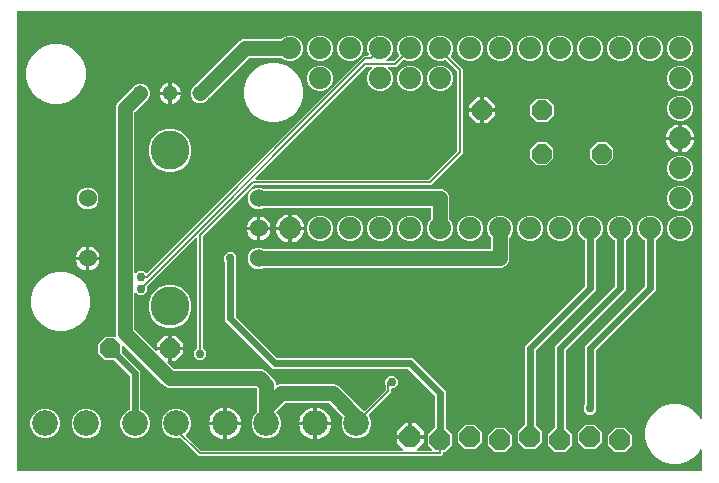
<source format=gbr>
G04 EAGLE Gerber RS-274X export*
G75*
%MOMM*%
%FSLAX34Y34*%
%LPD*%
%INTop Copper*%
%IPPOS*%
%AMOC8*
5,1,8,0,0,1.08239X$1,22.5*%
G01*
%ADD10C,1.879600*%
%ADD11C,1.524000*%
%ADD12C,3.302000*%
%ADD13P,1.924489X8X112.500000*%
%ADD14C,1.308000*%
%ADD15C,2.184400*%
%ADD16P,1.814519X8X22.500000*%
%ADD17C,0.756400*%
%ADD18C,1.270000*%
%ADD19C,0.609600*%
%ADD20C,0.152400*%

G36*
X589098Y10164D02*
X589098Y10164D01*
X589117Y10162D01*
X589219Y10184D01*
X589321Y10200D01*
X589338Y10210D01*
X589358Y10214D01*
X589447Y10267D01*
X589538Y10316D01*
X589552Y10330D01*
X589569Y10340D01*
X589636Y10419D01*
X589708Y10494D01*
X589716Y10512D01*
X589729Y10527D01*
X589768Y10623D01*
X589811Y10717D01*
X589813Y10737D01*
X589821Y10755D01*
X589839Y10922D01*
X589839Y28237D01*
X589832Y28284D01*
X589833Y28332D01*
X589812Y28405D01*
X589800Y28480D01*
X589777Y28522D01*
X589763Y28568D01*
X589720Y28630D01*
X589684Y28697D01*
X589650Y28730D01*
X589622Y28769D01*
X589561Y28814D01*
X589506Y28867D01*
X589463Y28887D01*
X589424Y28915D01*
X589352Y28938D01*
X589283Y28970D01*
X589235Y28975D01*
X589190Y28990D01*
X589114Y28989D01*
X589039Y28997D01*
X588992Y28987D01*
X588944Y28986D01*
X588872Y28961D01*
X588798Y28945D01*
X588757Y28920D01*
X588712Y28904D01*
X588652Y28858D01*
X588587Y28819D01*
X588556Y28782D01*
X588518Y28753D01*
X588442Y28649D01*
X588427Y28632D01*
X588425Y28626D01*
X588419Y28618D01*
X587174Y26461D01*
X582489Y21776D01*
X576752Y18464D01*
X570352Y16749D01*
X563728Y16749D01*
X557328Y18464D01*
X551591Y21776D01*
X546906Y26461D01*
X543594Y32198D01*
X541879Y38598D01*
X541879Y45222D01*
X543594Y51622D01*
X546906Y57359D01*
X551591Y62044D01*
X557328Y65356D01*
X563728Y67071D01*
X570352Y67071D01*
X576752Y65356D01*
X582489Y62044D01*
X587174Y57359D01*
X588419Y55202D01*
X588449Y55165D01*
X588472Y55123D01*
X588526Y55071D01*
X588575Y55012D01*
X588615Y54986D01*
X588650Y54953D01*
X588719Y54922D01*
X588783Y54881D01*
X588830Y54870D01*
X588873Y54850D01*
X588948Y54842D01*
X589022Y54824D01*
X589070Y54828D01*
X589117Y54823D01*
X589192Y54839D01*
X589267Y54846D01*
X589311Y54865D01*
X589358Y54875D01*
X589423Y54914D01*
X589492Y54944D01*
X589528Y54977D01*
X589569Y55001D01*
X589618Y55059D01*
X589674Y55110D01*
X589698Y55152D01*
X589729Y55188D01*
X589757Y55258D01*
X589794Y55325D01*
X589803Y55372D01*
X589821Y55416D01*
X589835Y55545D01*
X589839Y55566D01*
X589838Y55573D01*
X589839Y55583D01*
X589839Y399078D01*
X589836Y399098D01*
X589838Y399117D01*
X589816Y399219D01*
X589800Y399321D01*
X589790Y399338D01*
X589786Y399358D01*
X589733Y399447D01*
X589684Y399538D01*
X589670Y399552D01*
X589660Y399569D01*
X589581Y399636D01*
X589506Y399708D01*
X589488Y399716D01*
X589473Y399729D01*
X589377Y399768D01*
X589283Y399811D01*
X589263Y399813D01*
X589245Y399821D01*
X589078Y399839D01*
X10922Y399839D01*
X10902Y399836D01*
X10883Y399838D01*
X10781Y399816D01*
X10679Y399800D01*
X10662Y399790D01*
X10642Y399786D01*
X10553Y399733D01*
X10462Y399684D01*
X10448Y399670D01*
X10431Y399660D01*
X10364Y399581D01*
X10292Y399506D01*
X10284Y399488D01*
X10271Y399473D01*
X10232Y399377D01*
X10189Y399283D01*
X10187Y399263D01*
X10179Y399245D01*
X10161Y399078D01*
X10161Y10922D01*
X10164Y10902D01*
X10162Y10883D01*
X10184Y10781D01*
X10200Y10679D01*
X10210Y10662D01*
X10214Y10642D01*
X10267Y10553D01*
X10316Y10462D01*
X10330Y10448D01*
X10340Y10431D01*
X10419Y10364D01*
X10494Y10292D01*
X10512Y10284D01*
X10527Y10271D01*
X10623Y10232D01*
X10717Y10189D01*
X10737Y10187D01*
X10755Y10179D01*
X10922Y10161D01*
X589078Y10161D01*
X589098Y10164D01*
G37*
%LPC*%
G36*
X107524Y38353D02*
X107524Y38353D01*
X102949Y40248D01*
X99448Y43749D01*
X97553Y48324D01*
X97553Y53276D01*
X99448Y57851D01*
X102949Y61352D01*
X104957Y62183D01*
X105057Y62245D01*
X105157Y62305D01*
X105161Y62310D01*
X105166Y62313D01*
X105241Y62404D01*
X105317Y62492D01*
X105319Y62498D01*
X105323Y62503D01*
X105365Y62611D01*
X105409Y62720D01*
X105410Y62728D01*
X105411Y62732D01*
X105412Y62750D01*
X105427Y62887D01*
X105427Y90991D01*
X105413Y91081D01*
X105405Y91172D01*
X105393Y91201D01*
X105388Y91233D01*
X105345Y91314D01*
X105309Y91398D01*
X105283Y91430D01*
X105272Y91451D01*
X105249Y91473D01*
X105204Y91529D01*
X92563Y104170D01*
X92489Y104223D01*
X92419Y104283D01*
X92389Y104295D01*
X92363Y104314D01*
X92276Y104341D01*
X92191Y104375D01*
X92150Y104379D01*
X92128Y104386D01*
X92096Y104385D01*
X92025Y104393D01*
X84796Y104393D01*
X78993Y110196D01*
X78993Y118404D01*
X84796Y124207D01*
X93094Y124207D01*
X93139Y124214D01*
X93185Y124212D01*
X93260Y124234D01*
X93337Y124246D01*
X93377Y124268D01*
X93422Y124281D01*
X93486Y124325D01*
X93554Y124362D01*
X93586Y124395D01*
X93624Y124421D01*
X93670Y124484D01*
X93724Y124540D01*
X93743Y124582D01*
X93770Y124618D01*
X93794Y124692D01*
X93827Y124763D01*
X93832Y124809D01*
X93847Y124852D01*
X93846Y124930D01*
X93854Y125007D01*
X93845Y125052D01*
X93844Y125098D01*
X93806Y125229D01*
X93802Y125248D01*
X93800Y125252D01*
X93797Y125259D01*
X93725Y125434D01*
X93725Y319066D01*
X94924Y321961D01*
X97246Y324283D01*
X107166Y334203D01*
X107204Y334256D01*
X107250Y334303D01*
X107290Y334375D01*
X107310Y334402D01*
X107315Y334421D01*
X107331Y334450D01*
X107463Y334768D01*
X109732Y337037D01*
X112696Y338265D01*
X115904Y338265D01*
X118868Y337037D01*
X121137Y334768D01*
X122365Y331804D01*
X122365Y328596D01*
X121137Y325632D01*
X118868Y323363D01*
X118550Y323231D01*
X118494Y323196D01*
X118434Y323171D01*
X118369Y323119D01*
X118340Y323101D01*
X118328Y323086D01*
X118303Y323066D01*
X109698Y314461D01*
X109645Y314387D01*
X109585Y314318D01*
X109573Y314288D01*
X109554Y314261D01*
X109527Y314174D01*
X109493Y314090D01*
X109489Y314049D01*
X109482Y314026D01*
X109483Y313994D01*
X109475Y313923D01*
X109475Y178817D01*
X109486Y178747D01*
X109488Y178675D01*
X109506Y178626D01*
X109514Y178575D01*
X109548Y178511D01*
X109573Y178444D01*
X109605Y178403D01*
X109630Y178357D01*
X109682Y178308D01*
X109726Y178252D01*
X109770Y178224D01*
X109808Y178188D01*
X109873Y178158D01*
X109933Y178119D01*
X109984Y178106D01*
X110031Y178084D01*
X110102Y178076D01*
X110172Y178059D01*
X110224Y178063D01*
X110275Y178057D01*
X110346Y178072D01*
X110417Y178078D01*
X110465Y178098D01*
X110516Y178109D01*
X110577Y178146D01*
X110643Y178174D01*
X110699Y178219D01*
X110727Y178236D01*
X110742Y178253D01*
X110774Y178279D01*
X112802Y180307D01*
X117198Y180307D01*
X119097Y178408D01*
X119113Y178396D01*
X119126Y178380D01*
X119213Y178324D01*
X119297Y178264D01*
X119316Y178258D01*
X119333Y178247D01*
X119433Y178222D01*
X119532Y178192D01*
X119552Y178192D01*
X119571Y178187D01*
X119674Y178195D01*
X119778Y178198D01*
X119797Y178205D01*
X119816Y178207D01*
X119911Y178247D01*
X120009Y178283D01*
X120025Y178295D01*
X120043Y178303D01*
X120174Y178408D01*
X304053Y362287D01*
X307029Y362287D01*
X307074Y362294D01*
X307120Y362292D01*
X307195Y362314D01*
X307272Y362326D01*
X307312Y362348D01*
X307356Y362361D01*
X307420Y362405D01*
X307489Y362442D01*
X307521Y362475D01*
X307558Y362501D01*
X307605Y362563D01*
X307658Y362620D01*
X307678Y362662D01*
X307705Y362698D01*
X307729Y362772D01*
X307762Y362843D01*
X307767Y362889D01*
X307781Y362932D01*
X307780Y363010D01*
X307789Y363087D01*
X307779Y363132D01*
X307779Y363178D01*
X307741Y363310D01*
X307737Y363328D01*
X307734Y363332D01*
X307732Y363339D01*
X306577Y366127D01*
X306577Y370473D01*
X308240Y374487D01*
X311313Y377560D01*
X315327Y379223D01*
X319673Y379223D01*
X323687Y377560D01*
X326760Y374487D01*
X328423Y370473D01*
X328423Y366127D01*
X326760Y362113D01*
X323687Y359040D01*
X322990Y358751D01*
X322907Y358700D01*
X322821Y358654D01*
X322803Y358635D01*
X322781Y358622D01*
X322719Y358547D01*
X322652Y358476D01*
X322641Y358452D01*
X322624Y358432D01*
X322589Y358341D01*
X322548Y358253D01*
X322545Y358227D01*
X322536Y358203D01*
X322532Y358105D01*
X322521Y358009D01*
X322526Y357983D01*
X322525Y357957D01*
X322552Y357863D01*
X322573Y357768D01*
X322587Y357746D01*
X322594Y357721D01*
X322649Y357641D01*
X322699Y357557D01*
X322719Y357540D01*
X322734Y357519D01*
X322812Y357460D01*
X322886Y357397D01*
X322911Y357387D01*
X322931Y357372D01*
X323024Y357342D01*
X323114Y357305D01*
X323147Y357302D01*
X323165Y357296D01*
X323198Y357296D01*
X323281Y357287D01*
X328737Y357287D01*
X328828Y357301D01*
X328918Y357309D01*
X328948Y357321D01*
X328980Y357326D01*
X329061Y357369D01*
X329145Y357405D01*
X329177Y357431D01*
X329198Y357442D01*
X329201Y357445D01*
X329202Y357446D01*
X329221Y357466D01*
X329276Y357510D01*
X333350Y361584D01*
X333418Y361678D01*
X333488Y361773D01*
X333490Y361779D01*
X333494Y361784D01*
X333528Y361895D01*
X333565Y362007D01*
X333564Y362013D01*
X333566Y362019D01*
X333563Y362136D01*
X333562Y362253D01*
X333560Y362260D01*
X333560Y362265D01*
X333554Y362283D01*
X333515Y362414D01*
X331977Y366127D01*
X331977Y370473D01*
X333640Y374487D01*
X336713Y377560D01*
X340727Y379223D01*
X345073Y379223D01*
X349087Y377560D01*
X352160Y374487D01*
X353823Y370473D01*
X353823Y366127D01*
X352160Y362113D01*
X349087Y359040D01*
X345073Y357377D01*
X340727Y357377D01*
X337580Y358681D01*
X337466Y358708D01*
X337353Y358736D01*
X337346Y358736D01*
X337340Y358737D01*
X337224Y358726D01*
X337107Y358717D01*
X337102Y358715D01*
X337095Y358714D01*
X336988Y358666D01*
X336881Y358621D01*
X336875Y358616D01*
X336871Y358614D01*
X336857Y358601D01*
X336750Y358516D01*
X330947Y352713D01*
X324972Y352713D01*
X324901Y352702D01*
X324829Y352700D01*
X324780Y352682D01*
X324729Y352674D01*
X324666Y352640D01*
X324598Y352615D01*
X324558Y352583D01*
X324511Y352558D01*
X324462Y352506D01*
X324406Y352462D01*
X324378Y352418D01*
X324342Y352380D01*
X324312Y352315D01*
X324273Y352255D01*
X324260Y352204D01*
X324238Y352157D01*
X324231Y352086D01*
X324213Y352016D01*
X324217Y351964D01*
X324211Y351913D01*
X324227Y351842D01*
X324232Y351771D01*
X324253Y351723D01*
X324264Y351672D01*
X324300Y351611D01*
X324329Y351545D01*
X324373Y351489D01*
X324390Y351461D01*
X324408Y351446D01*
X324433Y351414D01*
X326760Y349087D01*
X328423Y345073D01*
X328423Y340727D01*
X326760Y336713D01*
X323687Y333640D01*
X319673Y331977D01*
X315327Y331977D01*
X311313Y333640D01*
X308240Y336713D01*
X306577Y340727D01*
X306577Y345073D01*
X308240Y349087D01*
X310567Y351414D01*
X310609Y351472D01*
X310658Y351524D01*
X310680Y351571D01*
X310710Y351613D01*
X310731Y351682D01*
X310762Y351747D01*
X310767Y351799D01*
X310783Y351849D01*
X310781Y351920D01*
X310789Y351991D01*
X310778Y352042D01*
X310776Y352094D01*
X310752Y352162D01*
X310736Y352232D01*
X310710Y352277D01*
X310692Y352325D01*
X310647Y352381D01*
X310610Y352443D01*
X310571Y352477D01*
X310538Y352517D01*
X310478Y352556D01*
X310423Y352603D01*
X310375Y352622D01*
X310331Y352650D01*
X310262Y352668D01*
X310195Y352695D01*
X310124Y352703D01*
X310093Y352711D01*
X310069Y352709D01*
X310028Y352713D01*
X306263Y352713D01*
X306172Y352699D01*
X306082Y352691D01*
X306052Y352679D01*
X306020Y352674D01*
X305939Y352631D01*
X305855Y352595D01*
X305823Y352569D01*
X305802Y352558D01*
X305780Y352535D01*
X305724Y352490D01*
X211820Y258586D01*
X211778Y258528D01*
X211729Y258476D01*
X211707Y258429D01*
X211677Y258387D01*
X211656Y258318D01*
X211625Y258253D01*
X211620Y258201D01*
X211604Y258151D01*
X211606Y258080D01*
X211598Y258009D01*
X211609Y257958D01*
X211611Y257906D01*
X211635Y257838D01*
X211650Y257768D01*
X211677Y257724D01*
X211695Y257675D01*
X211740Y257619D01*
X211777Y257557D01*
X211816Y257523D01*
X211849Y257483D01*
X211909Y257444D01*
X211964Y257397D01*
X212012Y257378D01*
X212056Y257350D01*
X212125Y257332D01*
X212192Y257305D01*
X212263Y257297D01*
X212294Y257289D01*
X212318Y257291D01*
X212358Y257287D01*
X358427Y257287D01*
X358518Y257301D01*
X358608Y257309D01*
X358638Y257321D01*
X358670Y257326D01*
X358751Y257369D01*
X358835Y257405D01*
X358867Y257431D01*
X358888Y257442D01*
X358910Y257465D01*
X358966Y257510D01*
X382490Y281034D01*
X382543Y281108D01*
X382603Y281178D01*
X382615Y281208D01*
X382634Y281234D01*
X382661Y281321D01*
X382695Y281406D01*
X382699Y281447D01*
X382706Y281469D01*
X382705Y281501D01*
X382713Y281573D01*
X382713Y348737D01*
X382699Y348828D01*
X382691Y348918D01*
X382679Y348948D01*
X382674Y348980D01*
X382631Y349061D01*
X382595Y349145D01*
X382569Y349177D01*
X382558Y349198D01*
X382535Y349220D01*
X382490Y349276D01*
X373601Y358165D01*
X373507Y358232D01*
X373413Y358303D01*
X373407Y358305D01*
X373402Y358308D01*
X373291Y358342D01*
X373179Y358379D01*
X373173Y358379D01*
X373167Y358381D01*
X373050Y358377D01*
X372933Y358376D01*
X372926Y358374D01*
X372921Y358374D01*
X372903Y358368D01*
X372772Y358330D01*
X370473Y357377D01*
X366127Y357377D01*
X362113Y359040D01*
X359040Y362113D01*
X357377Y366127D01*
X357377Y370473D01*
X359040Y374487D01*
X362113Y377560D01*
X366127Y379223D01*
X370473Y379223D01*
X374487Y377560D01*
X377560Y374487D01*
X379223Y370473D01*
X379223Y366127D01*
X377560Y362113D01*
X377379Y361932D01*
X377367Y361916D01*
X377352Y361903D01*
X377296Y361816D01*
X377235Y361732D01*
X377229Y361713D01*
X377219Y361696D01*
X377193Y361596D01*
X377163Y361497D01*
X377163Y361477D01*
X377159Y361458D01*
X377167Y361355D01*
X377169Y361251D01*
X377176Y361232D01*
X377178Y361212D01*
X377218Y361117D01*
X377254Y361020D01*
X377266Y361004D01*
X377274Y360986D01*
X377379Y360855D01*
X385724Y352510D01*
X387287Y350947D01*
X387287Y279363D01*
X360637Y252713D01*
X211263Y252713D01*
X211172Y252699D01*
X211082Y252691D01*
X211052Y252679D01*
X211020Y252674D01*
X210939Y252631D01*
X210855Y252595D01*
X210823Y252569D01*
X210802Y252558D01*
X210780Y252535D01*
X210724Y252490D01*
X167510Y209276D01*
X167457Y209202D01*
X167397Y209132D01*
X167385Y209102D01*
X167366Y209076D01*
X167339Y208989D01*
X167305Y208904D01*
X167301Y208863D01*
X167294Y208841D01*
X167295Y208809D01*
X167287Y208737D01*
X167287Y115533D01*
X167301Y115443D01*
X167309Y115352D01*
X167321Y115323D01*
X167326Y115291D01*
X167369Y115210D01*
X167405Y115126D01*
X167431Y115094D01*
X167442Y115073D01*
X167465Y115051D01*
X167510Y114995D01*
X170307Y112198D01*
X170307Y107802D01*
X167198Y104693D01*
X162802Y104693D01*
X159693Y107802D01*
X159693Y112198D01*
X162490Y114995D01*
X162543Y115069D01*
X162603Y115139D01*
X162615Y115169D01*
X162634Y115195D01*
X162661Y115282D01*
X162695Y115367D01*
X162699Y115408D01*
X162706Y115430D01*
X162705Y115462D01*
X162713Y115533D01*
X162713Y207642D01*
X162702Y207712D01*
X162700Y207784D01*
X162682Y207833D01*
X162674Y207884D01*
X162640Y207948D01*
X162615Y208015D01*
X162583Y208056D01*
X162558Y208102D01*
X162506Y208151D01*
X162462Y208207D01*
X162418Y208235D01*
X162380Y208271D01*
X162315Y208301D01*
X162255Y208340D01*
X162204Y208353D01*
X162157Y208375D01*
X162086Y208383D01*
X162016Y208400D01*
X161964Y208396D01*
X161913Y208402D01*
X161842Y208387D01*
X161771Y208381D01*
X161723Y208361D01*
X161672Y208350D01*
X161611Y208313D01*
X161545Y208285D01*
X161489Y208240D01*
X161461Y208223D01*
X161446Y208206D01*
X161414Y208180D01*
X120530Y167296D01*
X120477Y167222D01*
X120417Y167152D01*
X120405Y167122D01*
X120386Y167096D01*
X120359Y167009D01*
X120325Y166924D01*
X120321Y166883D01*
X120314Y166861D01*
X120315Y166829D01*
X120307Y166757D01*
X120307Y162802D01*
X117198Y159693D01*
X112802Y159693D01*
X110774Y161721D01*
X110716Y161763D01*
X110664Y161812D01*
X110617Y161834D01*
X110575Y161864D01*
X110506Y161886D01*
X110441Y161916D01*
X110389Y161921D01*
X110339Y161937D01*
X110268Y161935D01*
X110197Y161943D01*
X110146Y161932D01*
X110094Y161930D01*
X110026Y161906D01*
X109956Y161891D01*
X109911Y161864D01*
X109863Y161846D01*
X109807Y161801D01*
X109745Y161764D01*
X109711Y161725D01*
X109671Y161692D01*
X109632Y161632D01*
X109585Y161577D01*
X109566Y161529D01*
X109538Y161485D01*
X109520Y161416D01*
X109493Y161349D01*
X109485Y161278D01*
X109477Y161247D01*
X109479Y161224D01*
X109475Y161183D01*
X109475Y130577D01*
X109489Y130487D01*
X109497Y130396D01*
X109509Y130366D01*
X109514Y130334D01*
X109557Y130254D01*
X109593Y130170D01*
X109619Y130138D01*
X109630Y130117D01*
X109653Y130095D01*
X109698Y130039D01*
X127478Y112259D01*
X127536Y112217D01*
X127588Y112168D01*
X127635Y112146D01*
X127677Y112115D01*
X127746Y112094D01*
X127811Y112064D01*
X127863Y112058D01*
X127913Y112043D01*
X127984Y112045D01*
X128055Y112037D01*
X128106Y112048D01*
X128158Y112049D01*
X128226Y112074D01*
X128296Y112089D01*
X128341Y112116D01*
X128389Y112134D01*
X128445Y112179D01*
X128507Y112215D01*
X128541Y112255D01*
X128581Y112287D01*
X128620Y112348D01*
X128667Y112402D01*
X128686Y112451D01*
X128714Y112494D01*
X128732Y112564D01*
X128759Y112630D01*
X128767Y112702D01*
X128775Y112733D01*
X128773Y112756D01*
X128775Y112777D01*
X138177Y112777D01*
X138177Y103374D01*
X138126Y103366D01*
X138055Y103364D01*
X138006Y103346D01*
X137954Y103338D01*
X137891Y103304D01*
X137824Y103279D01*
X137783Y103247D01*
X137737Y103222D01*
X137688Y103170D01*
X137632Y103126D01*
X137603Y103082D01*
X137568Y103044D01*
X137537Y102979D01*
X137499Y102919D01*
X137486Y102868D01*
X137464Y102821D01*
X137456Y102750D01*
X137439Y102680D01*
X137443Y102628D01*
X137437Y102577D01*
X137452Y102506D01*
X137458Y102435D01*
X137478Y102387D01*
X137489Y102336D01*
X137526Y102275D01*
X137554Y102209D01*
X137599Y102153D01*
X137615Y102125D01*
X137633Y102110D01*
X137659Y102078D01*
X142739Y96998D01*
X142813Y96945D01*
X142882Y96885D01*
X142912Y96873D01*
X142939Y96854D01*
X143026Y96827D01*
X143110Y96793D01*
X143151Y96789D01*
X143174Y96782D01*
X143206Y96783D01*
X143277Y96775D01*
X217466Y96775D01*
X220361Y95576D01*
X227876Y88061D01*
X229075Y85166D01*
X229075Y83864D01*
X229082Y83819D01*
X229080Y83773D01*
X229102Y83698D01*
X229114Y83621D01*
X229136Y83581D01*
X229149Y83537D01*
X229193Y83473D01*
X229230Y83404D01*
X229263Y83372D01*
X229289Y83335D01*
X229351Y83288D01*
X229408Y83235D01*
X229450Y83215D01*
X229486Y83188D01*
X229560Y83164D01*
X229631Y83131D01*
X229677Y83126D01*
X229720Y83112D01*
X229798Y83112D01*
X229875Y83104D01*
X229920Y83114D01*
X229966Y83114D01*
X230098Y83152D01*
X230116Y83156D01*
X230120Y83159D01*
X230127Y83161D01*
X232334Y84075D01*
X278866Y84075D01*
X281761Y82876D01*
X284083Y80554D01*
X302353Y62283D01*
X302406Y62245D01*
X302453Y62199D01*
X302526Y62159D01*
X302553Y62140D01*
X302572Y62134D01*
X302600Y62118D01*
X304170Y61468D01*
X304283Y61442D01*
X304397Y61413D01*
X304403Y61413D01*
X304409Y61412D01*
X304526Y61423D01*
X304642Y61432D01*
X304648Y61434D01*
X304654Y61435D01*
X304762Y61483D01*
X304868Y61528D01*
X304874Y61533D01*
X304879Y61535D01*
X304893Y61548D01*
X304999Y61633D01*
X322080Y78714D01*
X322133Y78788D01*
X322193Y78858D01*
X322205Y78888D01*
X322224Y78914D01*
X322251Y79001D01*
X322285Y79086D01*
X322289Y79127D01*
X322296Y79149D01*
X322295Y79181D01*
X322303Y79253D01*
X322303Y82967D01*
X322289Y83057D01*
X322281Y83148D01*
X322269Y83177D01*
X322264Y83209D01*
X322221Y83290D01*
X322185Y83374D01*
X322159Y83406D01*
X322148Y83427D01*
X322125Y83449D01*
X322080Y83505D01*
X322013Y83572D01*
X322013Y87968D01*
X325122Y91077D01*
X329518Y91077D01*
X332627Y87968D01*
X332627Y83572D01*
X329518Y80463D01*
X327638Y80463D01*
X327618Y80460D01*
X327599Y80462D01*
X327497Y80440D01*
X327395Y80424D01*
X327378Y80414D01*
X327358Y80410D01*
X327269Y80357D01*
X327178Y80308D01*
X327164Y80294D01*
X327147Y80284D01*
X327080Y80205D01*
X327008Y80130D01*
X327000Y80112D01*
X326987Y80097D01*
X326948Y80001D01*
X326905Y79907D01*
X326903Y79887D01*
X326895Y79869D01*
X326877Y79702D01*
X326877Y77043D01*
X325314Y75480D01*
X308233Y58399D01*
X308166Y58305D01*
X308095Y58211D01*
X308093Y58205D01*
X308090Y58200D01*
X308056Y58089D01*
X308019Y57977D01*
X308019Y57970D01*
X308017Y57964D01*
X308020Y57848D01*
X308021Y57731D01*
X308024Y57724D01*
X308024Y57719D01*
X308030Y57701D01*
X308068Y57570D01*
X309847Y53276D01*
X309847Y48324D01*
X307952Y43749D01*
X304451Y40248D01*
X299876Y38353D01*
X294924Y38353D01*
X290349Y40248D01*
X286848Y43749D01*
X284953Y48324D01*
X284953Y53276D01*
X285970Y55729D01*
X285996Y55843D01*
X286025Y55956D01*
X286024Y55963D01*
X286026Y55969D01*
X286015Y56085D01*
X286006Y56202D01*
X286003Y56207D01*
X286003Y56214D01*
X285955Y56321D01*
X285909Y56428D01*
X285905Y56434D01*
X285903Y56438D01*
X285890Y56452D01*
X285805Y56559D01*
X274261Y68102D01*
X274187Y68155D01*
X274118Y68215D01*
X274088Y68227D01*
X274061Y68246D01*
X273974Y68273D01*
X273890Y68307D01*
X273849Y68311D01*
X273826Y68318D01*
X273794Y68317D01*
X273723Y68325D01*
X237477Y68325D01*
X237387Y68311D01*
X237296Y68303D01*
X237266Y68291D01*
X237234Y68286D01*
X237154Y68243D01*
X237070Y68207D01*
X237038Y68181D01*
X237017Y68170D01*
X236995Y68147D01*
X236939Y68102D01*
X229758Y60921D01*
X229746Y60905D01*
X229731Y60893D01*
X229700Y60845D01*
X229687Y60831D01*
X229676Y60807D01*
X229674Y60805D01*
X229614Y60721D01*
X229608Y60702D01*
X229598Y60686D01*
X229572Y60585D01*
X229542Y60486D01*
X229542Y60466D01*
X229537Y60447D01*
X229546Y60344D01*
X229548Y60240D01*
X229555Y60222D01*
X229557Y60202D01*
X229597Y60107D01*
X229633Y60009D01*
X229645Y59994D01*
X229653Y59976D01*
X229758Y59845D01*
X231752Y57851D01*
X233647Y53276D01*
X233647Y48324D01*
X231752Y43749D01*
X228251Y40248D01*
X223676Y38353D01*
X218724Y38353D01*
X214149Y40248D01*
X210648Y43749D01*
X208753Y48324D01*
X208753Y53276D01*
X210648Y57851D01*
X213102Y60305D01*
X213155Y60379D01*
X213215Y60448D01*
X213227Y60478D01*
X213246Y60504D01*
X213273Y60591D01*
X213307Y60676D01*
X213311Y60717D01*
X213318Y60739D01*
X213317Y60772D01*
X213325Y60843D01*
X213325Y80023D01*
X213311Y80113D01*
X213303Y80204D01*
X213291Y80234D01*
X213286Y80266D01*
X213243Y80346D01*
X213207Y80430D01*
X213181Y80462D01*
X213170Y80483D01*
X213147Y80505D01*
X213102Y80561D01*
X212861Y80802D01*
X212787Y80855D01*
X212718Y80915D01*
X212688Y80927D01*
X212661Y80946D01*
X212574Y80973D01*
X212490Y81007D01*
X212449Y81011D01*
X212426Y81018D01*
X212394Y81017D01*
X212323Y81025D01*
X138134Y81025D01*
X135239Y82224D01*
X132917Y84546D01*
X100106Y117357D01*
X100048Y117399D01*
X99996Y117448D01*
X99949Y117470D01*
X99907Y117501D01*
X99838Y117522D01*
X99773Y117552D01*
X99721Y117558D01*
X99671Y117573D01*
X99600Y117571D01*
X99529Y117579D01*
X99478Y117568D01*
X99426Y117567D01*
X99358Y117542D01*
X99288Y117527D01*
X99243Y117500D01*
X99195Y117482D01*
X99139Y117437D01*
X99077Y117401D01*
X99043Y117361D01*
X99003Y117329D01*
X98964Y117268D01*
X98917Y117214D01*
X98898Y117165D01*
X98870Y117122D01*
X98852Y117052D01*
X98825Y116986D01*
X98817Y116914D01*
X98809Y116883D01*
X98811Y116860D01*
X98807Y116819D01*
X98807Y111175D01*
X98821Y111085D01*
X98829Y110994D01*
X98841Y110965D01*
X98846Y110933D01*
X98889Y110852D01*
X98925Y110768D01*
X98951Y110736D01*
X98962Y110715D01*
X98985Y110693D01*
X99030Y110637D01*
X114573Y95094D01*
X114573Y62887D01*
X114592Y62772D01*
X114609Y62656D01*
X114611Y62650D01*
X114612Y62644D01*
X114667Y62541D01*
X114720Y62437D01*
X114725Y62432D01*
X114728Y62427D01*
X114812Y62347D01*
X114896Y62264D01*
X114902Y62261D01*
X114906Y62257D01*
X114923Y62249D01*
X115043Y62183D01*
X117051Y61352D01*
X120552Y57851D01*
X122447Y53276D01*
X122447Y48324D01*
X120552Y43749D01*
X117051Y40248D01*
X112476Y38353D01*
X107524Y38353D01*
G37*
%LPD*%
%LPC*%
G36*
X164153Y23113D02*
X164153Y23113D01*
X148852Y38414D01*
X148757Y38483D01*
X148663Y38552D01*
X148657Y38554D01*
X148652Y38558D01*
X148540Y38592D01*
X148429Y38629D01*
X148423Y38629D01*
X148417Y38630D01*
X148300Y38627D01*
X148183Y38626D01*
X148176Y38624D01*
X148171Y38624D01*
X148153Y38618D01*
X148022Y38580D01*
X147476Y38353D01*
X142524Y38353D01*
X137949Y40248D01*
X134448Y43749D01*
X132553Y48324D01*
X132553Y53276D01*
X134448Y57851D01*
X137949Y61352D01*
X142524Y63247D01*
X147476Y63247D01*
X152051Y61352D01*
X155552Y57851D01*
X157447Y53276D01*
X157447Y48324D01*
X155552Y43749D01*
X153306Y41504D01*
X153295Y41488D01*
X153279Y41475D01*
X153223Y41388D01*
X153163Y41304D01*
X153157Y41285D01*
X153146Y41269D01*
X153121Y41168D01*
X153091Y41069D01*
X153091Y41049D01*
X153086Y41030D01*
X153094Y40927D01*
X153097Y40823D01*
X153104Y40805D01*
X153105Y40785D01*
X153146Y40690D01*
X153181Y40592D01*
X153194Y40577D01*
X153202Y40558D01*
X153306Y40428D01*
X165824Y27910D01*
X165898Y27857D01*
X165968Y27797D01*
X165998Y27785D01*
X166024Y27766D01*
X166111Y27739D01*
X166196Y27705D01*
X166237Y27701D01*
X166259Y27694D01*
X166291Y27695D01*
X166363Y27687D01*
X336580Y27687D01*
X336651Y27698D01*
X336722Y27700D01*
X336771Y27718D01*
X336823Y27726D01*
X336886Y27760D01*
X336953Y27785D01*
X336994Y27817D01*
X337040Y27842D01*
X337089Y27894D01*
X337145Y27938D01*
X337174Y27982D01*
X337209Y28020D01*
X337240Y28085D01*
X337278Y28145D01*
X337291Y28196D01*
X337313Y28243D01*
X337321Y28314D01*
X337339Y28384D01*
X337334Y28436D01*
X337340Y28487D01*
X337325Y28558D01*
X337319Y28629D01*
X337299Y28677D01*
X337288Y28728D01*
X337251Y28789D01*
X337223Y28855D01*
X337178Y28911D01*
X337162Y28939D01*
X337144Y28954D01*
X337118Y28986D01*
X331469Y34635D01*
X331469Y37847D01*
X342138Y37847D01*
X342158Y37850D01*
X342177Y37848D01*
X342279Y37870D01*
X342381Y37887D01*
X342398Y37896D01*
X342418Y37900D01*
X342507Y37953D01*
X342598Y38002D01*
X342612Y38016D01*
X342629Y38026D01*
X342696Y38105D01*
X342767Y38180D01*
X342776Y38198D01*
X342789Y38213D01*
X342827Y38309D01*
X342871Y38403D01*
X342873Y38423D01*
X342881Y38441D01*
X342899Y38608D01*
X342899Y39371D01*
X342901Y39371D01*
X342901Y38608D01*
X342904Y38588D01*
X342902Y38569D01*
X342924Y38467D01*
X342941Y38365D01*
X342950Y38348D01*
X342954Y38328D01*
X343007Y38239D01*
X343056Y38148D01*
X343070Y38134D01*
X343080Y38117D01*
X343159Y38050D01*
X343234Y37979D01*
X343252Y37970D01*
X343267Y37957D01*
X343363Y37918D01*
X343457Y37875D01*
X343477Y37873D01*
X343495Y37865D01*
X343662Y37847D01*
X354331Y37847D01*
X354331Y34635D01*
X348682Y28986D01*
X348640Y28928D01*
X348591Y28876D01*
X348569Y28829D01*
X348538Y28787D01*
X348517Y28718D01*
X348487Y28653D01*
X348481Y28601D01*
X348466Y28551D01*
X348468Y28480D01*
X348460Y28409D01*
X348471Y28358D01*
X348472Y28306D01*
X348497Y28238D01*
X348512Y28168D01*
X348539Y28123D01*
X348557Y28075D01*
X348602Y28019D01*
X348638Y27957D01*
X348678Y27923D01*
X348710Y27883D01*
X348771Y27844D01*
X348825Y27797D01*
X348873Y27778D01*
X348917Y27750D01*
X348987Y27732D01*
X349053Y27705D01*
X349125Y27697D01*
X349156Y27689D01*
X349179Y27691D01*
X349220Y27687D01*
X360877Y27687D01*
X360948Y27698D01*
X361019Y27700D01*
X361068Y27718D01*
X361120Y27726D01*
X361183Y27760D01*
X361250Y27785D01*
X361291Y27817D01*
X361337Y27842D01*
X361386Y27894D01*
X361442Y27938D01*
X361470Y27982D01*
X361506Y28020D01*
X361537Y28085D01*
X361575Y28145D01*
X361588Y28196D01*
X361610Y28243D01*
X361618Y28314D01*
X361635Y28384D01*
X361631Y28436D01*
X361637Y28487D01*
X361622Y28558D01*
X361616Y28629D01*
X361596Y28677D01*
X361585Y28728D01*
X361548Y28789D01*
X361520Y28855D01*
X361475Y28911D01*
X361459Y28939D01*
X361441Y28954D01*
X361415Y28986D01*
X357885Y32516D01*
X357885Y41144D01*
X363504Y46763D01*
X363557Y46837D01*
X363617Y46906D01*
X363629Y46936D01*
X363648Y46963D01*
X363675Y47050D01*
X363709Y47134D01*
X363713Y47175D01*
X363720Y47198D01*
X363719Y47230D01*
X363727Y47301D01*
X363727Y73991D01*
X363713Y74081D01*
X363705Y74172D01*
X363693Y74201D01*
X363688Y74233D01*
X363645Y74314D01*
X363609Y74398D01*
X363583Y74430D01*
X363572Y74451D01*
X363549Y74473D01*
X363504Y74529D01*
X341229Y96804D01*
X341155Y96857D01*
X341085Y96917D01*
X341055Y96929D01*
X341029Y96948D01*
X340942Y96975D01*
X340857Y97009D01*
X340816Y97013D01*
X340794Y97020D01*
X340762Y97019D01*
X340691Y97027D01*
X226706Y97027D01*
X185927Y137806D01*
X185927Y187253D01*
X185913Y187343D01*
X185905Y187434D01*
X185893Y187463D01*
X185888Y187495D01*
X185845Y187576D01*
X185809Y187660D01*
X185783Y187692D01*
X185772Y187713D01*
X185749Y187735D01*
X185704Y187791D01*
X185193Y188302D01*
X185193Y192698D01*
X188302Y195807D01*
X192698Y195807D01*
X195807Y192698D01*
X195807Y188302D01*
X195296Y187791D01*
X195243Y187717D01*
X195183Y187647D01*
X195171Y187617D01*
X195152Y187591D01*
X195125Y187504D01*
X195091Y187419D01*
X195087Y187378D01*
X195080Y187356D01*
X195081Y187324D01*
X195073Y187253D01*
X195073Y141909D01*
X195087Y141819D01*
X195095Y141728D01*
X195107Y141699D01*
X195112Y141667D01*
X195155Y141586D01*
X195191Y141502D01*
X195217Y141470D01*
X195228Y141449D01*
X195251Y141427D01*
X195296Y141371D01*
X230271Y106396D01*
X230345Y106343D01*
X230415Y106283D01*
X230445Y106271D01*
X230471Y106252D01*
X230558Y106225D01*
X230643Y106191D01*
X230684Y106187D01*
X230706Y106180D01*
X230738Y106181D01*
X230809Y106173D01*
X344794Y106173D01*
X372873Y78094D01*
X372873Y47301D01*
X372887Y47211D01*
X372895Y47120D01*
X372907Y47090D01*
X372912Y47058D01*
X372955Y46978D01*
X372991Y46894D01*
X373017Y46862D01*
X373028Y46841D01*
X373051Y46819D01*
X373096Y46763D01*
X378715Y41144D01*
X378715Y32516D01*
X372614Y26415D01*
X371348Y26415D01*
X371328Y26412D01*
X371309Y26414D01*
X371207Y26392D01*
X371105Y26376D01*
X371088Y26366D01*
X371068Y26362D01*
X370979Y26309D01*
X370888Y26260D01*
X370874Y26246D01*
X370857Y26236D01*
X370790Y26157D01*
X370718Y26082D01*
X370710Y26064D01*
X370697Y26049D01*
X370658Y25953D01*
X370615Y25859D01*
X370613Y25839D01*
X370605Y25821D01*
X370587Y25654D01*
X370587Y24453D01*
X369247Y23113D01*
X164153Y23113D01*
G37*
%LPD*%
%LPC*%
G36*
X212811Y181355D02*
X212811Y181355D01*
X209450Y182747D01*
X206877Y185320D01*
X205485Y188681D01*
X205485Y192319D01*
X206877Y195680D01*
X209450Y198253D01*
X212811Y199645D01*
X216449Y199645D01*
X219375Y198433D01*
X219439Y198418D01*
X219500Y198393D01*
X219583Y198384D01*
X219615Y198377D01*
X219634Y198378D01*
X219666Y198375D01*
X410464Y198375D01*
X410484Y198378D01*
X410503Y198376D01*
X410605Y198398D01*
X410707Y198414D01*
X410724Y198424D01*
X410744Y198428D01*
X410833Y198481D01*
X410924Y198530D01*
X410938Y198544D01*
X410955Y198554D01*
X411022Y198633D01*
X411094Y198708D01*
X411102Y198726D01*
X411115Y198741D01*
X411154Y198837D01*
X411197Y198931D01*
X411199Y198951D01*
X411207Y198969D01*
X411225Y199136D01*
X411225Y208012D01*
X411211Y208102D01*
X411203Y208193D01*
X411191Y208223D01*
X411186Y208255D01*
X411143Y208336D01*
X411107Y208420D01*
X411081Y208452D01*
X411070Y208472D01*
X411047Y208495D01*
X411002Y208551D01*
X409840Y209713D01*
X408177Y213727D01*
X408177Y218073D01*
X409840Y222087D01*
X412913Y225160D01*
X416927Y226823D01*
X421273Y226823D01*
X425287Y225160D01*
X428360Y222087D01*
X430023Y218073D01*
X430023Y213727D01*
X428360Y209713D01*
X427198Y208551D01*
X427145Y208477D01*
X427085Y208407D01*
X427073Y208377D01*
X427054Y208351D01*
X427027Y208264D01*
X426993Y208179D01*
X426989Y208138D01*
X426982Y208116D01*
X426983Y208084D01*
X426975Y208012D01*
X426975Y188934D01*
X425776Y186039D01*
X423561Y183824D01*
X420666Y182625D01*
X219666Y182625D01*
X219602Y182615D01*
X219536Y182614D01*
X219456Y182591D01*
X219424Y182586D01*
X219407Y182576D01*
X219375Y182567D01*
X216449Y181355D01*
X212811Y181355D01*
G37*
%LPD*%
%LPC*%
G36*
X366127Y204977D02*
X366127Y204977D01*
X362113Y206640D01*
X359040Y209713D01*
X357377Y213727D01*
X357377Y218073D01*
X359040Y222087D01*
X360202Y223249D01*
X360255Y223323D01*
X360315Y223393D01*
X360327Y223423D01*
X360346Y223449D01*
X360373Y223536D01*
X360407Y223621D01*
X360411Y223662D01*
X360418Y223684D01*
X360417Y223716D01*
X360425Y223788D01*
X360425Y232664D01*
X360422Y232684D01*
X360424Y232703D01*
X360402Y232805D01*
X360386Y232907D01*
X360376Y232924D01*
X360372Y232944D01*
X360319Y233033D01*
X360270Y233124D01*
X360256Y233138D01*
X360246Y233155D01*
X360167Y233222D01*
X360092Y233294D01*
X360074Y233302D01*
X360059Y233315D01*
X359963Y233354D01*
X359869Y233397D01*
X359849Y233399D01*
X359831Y233407D01*
X359664Y233425D01*
X219666Y233425D01*
X219602Y233415D01*
X219536Y233414D01*
X219456Y233391D01*
X219424Y233386D01*
X219407Y233376D01*
X219375Y233367D01*
X216449Y232155D01*
X212811Y232155D01*
X209450Y233547D01*
X206877Y236120D01*
X205485Y239481D01*
X205485Y243119D01*
X206877Y246480D01*
X209450Y249053D01*
X212811Y250445D01*
X216449Y250445D01*
X219375Y249233D01*
X219439Y249218D01*
X219500Y249193D01*
X219583Y249184D01*
X219615Y249177D01*
X219634Y249178D01*
X219666Y249175D01*
X369866Y249175D01*
X372761Y247976D01*
X374976Y245761D01*
X376175Y242866D01*
X376175Y223788D01*
X376189Y223698D01*
X376197Y223607D01*
X376209Y223577D01*
X376214Y223545D01*
X376257Y223464D01*
X376293Y223380D01*
X376319Y223348D01*
X376330Y223328D01*
X376353Y223305D01*
X376398Y223249D01*
X377560Y222087D01*
X379223Y218073D01*
X379223Y213727D01*
X377560Y209713D01*
X374487Y206640D01*
X370473Y204977D01*
X366127Y204977D01*
G37*
%LPD*%
%LPC*%
G36*
X465586Y26415D02*
X465586Y26415D01*
X459485Y32516D01*
X459485Y41144D01*
X465104Y46763D01*
X465157Y46837D01*
X465217Y46906D01*
X465229Y46936D01*
X465248Y46963D01*
X465275Y47050D01*
X465309Y47134D01*
X465313Y47175D01*
X465320Y47198D01*
X465319Y47230D01*
X465327Y47301D01*
X465327Y116194D01*
X515904Y166771D01*
X515957Y166845D01*
X516017Y166915D01*
X516029Y166945D01*
X516048Y166971D01*
X516075Y167058D01*
X516109Y167143D01*
X516113Y167184D01*
X516120Y167206D01*
X516119Y167238D01*
X516127Y167309D01*
X516127Y205463D01*
X516108Y205578D01*
X516091Y205694D01*
X516089Y205699D01*
X516088Y205706D01*
X516033Y205808D01*
X515980Y205913D01*
X515975Y205917D01*
X515972Y205923D01*
X515888Y206003D01*
X515804Y206085D01*
X515798Y206089D01*
X515794Y206092D01*
X515777Y206100D01*
X515657Y206166D01*
X514513Y206640D01*
X511440Y209713D01*
X509777Y213727D01*
X509777Y218073D01*
X511440Y222087D01*
X514513Y225160D01*
X518527Y226823D01*
X522873Y226823D01*
X526887Y225160D01*
X529960Y222087D01*
X531623Y218073D01*
X531623Y213727D01*
X529960Y209713D01*
X526887Y206640D01*
X525743Y206166D01*
X525643Y206104D01*
X525543Y206045D01*
X525539Y206040D01*
X525534Y206036D01*
X525459Y205946D01*
X525383Y205858D01*
X525381Y205852D01*
X525377Y205847D01*
X525335Y205739D01*
X525291Y205629D01*
X525290Y205622D01*
X525289Y205617D01*
X525288Y205599D01*
X525273Y205463D01*
X525273Y163206D01*
X474696Y112629D01*
X474643Y112555D01*
X474583Y112485D01*
X474571Y112455D01*
X474552Y112429D01*
X474525Y112342D01*
X474491Y112257D01*
X474487Y112216D01*
X474480Y112194D01*
X474481Y112162D01*
X474473Y112091D01*
X474473Y47301D01*
X474487Y47211D01*
X474495Y47120D01*
X474507Y47090D01*
X474512Y47058D01*
X474555Y46978D01*
X474591Y46894D01*
X474617Y46862D01*
X474628Y46841D01*
X474651Y46819D01*
X474696Y46763D01*
X480315Y41144D01*
X480315Y32516D01*
X474214Y26415D01*
X465586Y26415D01*
G37*
%LPD*%
%LPC*%
G36*
X440186Y28955D02*
X440186Y28955D01*
X434085Y35056D01*
X434085Y43684D01*
X439704Y49303D01*
X439757Y49377D01*
X439817Y49446D01*
X439829Y49476D01*
X439848Y49503D01*
X439875Y49590D01*
X439909Y49674D01*
X439913Y49715D01*
X439920Y49738D01*
X439919Y49770D01*
X439927Y49841D01*
X439927Y116194D01*
X490504Y166771D01*
X490557Y166845D01*
X490617Y166915D01*
X490629Y166945D01*
X490648Y166971D01*
X490675Y167058D01*
X490709Y167143D01*
X490713Y167184D01*
X490720Y167206D01*
X490719Y167238D01*
X490727Y167309D01*
X490727Y205463D01*
X490708Y205578D01*
X490691Y205694D01*
X490689Y205699D01*
X490688Y205706D01*
X490633Y205808D01*
X490580Y205913D01*
X490575Y205917D01*
X490572Y205923D01*
X490488Y206003D01*
X490404Y206085D01*
X490398Y206089D01*
X490394Y206092D01*
X490377Y206100D01*
X490257Y206166D01*
X489113Y206640D01*
X486040Y209713D01*
X484377Y213727D01*
X484377Y218073D01*
X486040Y222087D01*
X489113Y225160D01*
X493127Y226823D01*
X497473Y226823D01*
X501487Y225160D01*
X504560Y222087D01*
X506223Y218073D01*
X506223Y213727D01*
X504560Y209713D01*
X501487Y206640D01*
X500343Y206166D01*
X500243Y206104D01*
X500143Y206045D01*
X500139Y206040D01*
X500134Y206036D01*
X500059Y205946D01*
X499983Y205858D01*
X499981Y205852D01*
X499977Y205847D01*
X499935Y205739D01*
X499891Y205629D01*
X499890Y205622D01*
X499889Y205617D01*
X499888Y205599D01*
X499873Y205463D01*
X499873Y163206D01*
X449296Y112629D01*
X449243Y112555D01*
X449183Y112485D01*
X449171Y112455D01*
X449152Y112429D01*
X449125Y112342D01*
X449091Y112257D01*
X449087Y112216D01*
X449080Y112194D01*
X449081Y112162D01*
X449073Y112091D01*
X449073Y49841D01*
X449087Y49751D01*
X449095Y49660D01*
X449107Y49630D01*
X449112Y49598D01*
X449155Y49518D01*
X449191Y49434D01*
X449217Y49402D01*
X449228Y49381D01*
X449251Y49359D01*
X449296Y49303D01*
X454915Y43684D01*
X454915Y35056D01*
X448814Y28955D01*
X440186Y28955D01*
G37*
%LPD*%
%LPC*%
G36*
X39848Y321559D02*
X39848Y321559D01*
X33448Y323274D01*
X27711Y326586D01*
X23026Y331271D01*
X19714Y337008D01*
X17999Y343408D01*
X17999Y350032D01*
X19714Y356432D01*
X23026Y362169D01*
X27711Y366854D01*
X33448Y370166D01*
X39848Y371881D01*
X46472Y371881D01*
X52872Y370166D01*
X58609Y366854D01*
X63294Y362169D01*
X66606Y356432D01*
X68321Y350032D01*
X68321Y343408D01*
X66606Y337008D01*
X63294Y331271D01*
X58609Y326586D01*
X52872Y323274D01*
X46472Y321559D01*
X39848Y321559D01*
G37*
%LPD*%
%LPC*%
G36*
X223978Y305709D02*
X223978Y305709D01*
X217578Y307424D01*
X211841Y310736D01*
X207156Y315421D01*
X203844Y321158D01*
X202129Y327558D01*
X202129Y334182D01*
X203844Y340582D01*
X207156Y346319D01*
X211841Y351004D01*
X217578Y354316D01*
X223978Y356031D01*
X230602Y356031D01*
X237002Y354316D01*
X242739Y351004D01*
X247424Y346319D01*
X250736Y340582D01*
X252451Y334182D01*
X252451Y327558D01*
X250736Y321158D01*
X247424Y315421D01*
X242739Y310736D01*
X237002Y307424D01*
X230602Y305709D01*
X223978Y305709D01*
G37*
%LPD*%
%LPC*%
G36*
X43798Y128739D02*
X43798Y128739D01*
X37398Y130454D01*
X31661Y133766D01*
X26976Y138451D01*
X23664Y144188D01*
X21949Y150588D01*
X21949Y157212D01*
X23664Y163612D01*
X26976Y169349D01*
X31661Y174034D01*
X37398Y177346D01*
X43798Y179061D01*
X50422Y179061D01*
X56822Y177346D01*
X62559Y174034D01*
X67244Y169349D01*
X70556Y163612D01*
X72271Y157212D01*
X72271Y150588D01*
X70556Y144188D01*
X67244Y138451D01*
X62559Y133766D01*
X56822Y130454D01*
X50422Y128739D01*
X43798Y128739D01*
G37*
%LPD*%
%LPC*%
G36*
X493102Y58193D02*
X493102Y58193D01*
X489993Y61302D01*
X489993Y65698D01*
X490504Y66209D01*
X490557Y66283D01*
X490617Y66353D01*
X490629Y66383D01*
X490648Y66409D01*
X490675Y66496D01*
X490709Y66581D01*
X490713Y66622D01*
X490720Y66644D01*
X490719Y66676D01*
X490727Y66747D01*
X490727Y116194D01*
X541304Y166771D01*
X541357Y166845D01*
X541417Y166915D01*
X541429Y166945D01*
X541448Y166971D01*
X541475Y167058D01*
X541509Y167143D01*
X541513Y167184D01*
X541520Y167206D01*
X541519Y167238D01*
X541527Y167309D01*
X541527Y205463D01*
X541508Y205578D01*
X541491Y205694D01*
X541489Y205699D01*
X541488Y205706D01*
X541433Y205808D01*
X541380Y205913D01*
X541375Y205917D01*
X541372Y205923D01*
X541288Y206003D01*
X541204Y206085D01*
X541198Y206089D01*
X541194Y206092D01*
X541177Y206100D01*
X541057Y206166D01*
X539913Y206640D01*
X536840Y209713D01*
X535177Y213727D01*
X535177Y218073D01*
X536840Y222087D01*
X539913Y225160D01*
X543927Y226823D01*
X548273Y226823D01*
X552287Y225160D01*
X555360Y222087D01*
X557023Y218073D01*
X557023Y213727D01*
X555360Y209713D01*
X552287Y206640D01*
X551143Y206166D01*
X551043Y206104D01*
X550943Y206045D01*
X550939Y206040D01*
X550934Y206036D01*
X550859Y205946D01*
X550783Y205858D01*
X550781Y205852D01*
X550777Y205847D01*
X550735Y205739D01*
X550691Y205629D01*
X550690Y205622D01*
X550689Y205617D01*
X550688Y205599D01*
X550673Y205463D01*
X550673Y163206D01*
X500096Y112629D01*
X500043Y112555D01*
X499983Y112485D01*
X499971Y112455D01*
X499952Y112429D01*
X499925Y112342D01*
X499891Y112257D01*
X499887Y112216D01*
X499880Y112194D01*
X499881Y112162D01*
X499873Y112091D01*
X499873Y66747D01*
X499887Y66657D01*
X499895Y66566D01*
X499907Y66537D01*
X499912Y66505D01*
X499955Y66424D01*
X499991Y66340D01*
X500017Y66308D01*
X500028Y66287D01*
X500051Y66265D01*
X500096Y66209D01*
X500607Y65698D01*
X500607Y61302D01*
X497498Y58193D01*
X493102Y58193D01*
G37*
%LPD*%
%LPC*%
G36*
X163496Y322135D02*
X163496Y322135D01*
X160532Y323363D01*
X158263Y325632D01*
X157035Y328596D01*
X157035Y331804D01*
X158263Y334768D01*
X160532Y337037D01*
X160850Y337169D01*
X160906Y337204D01*
X160966Y337229D01*
X161031Y337281D01*
X161060Y337299D01*
X161072Y337314D01*
X161097Y337334D01*
X198739Y374976D01*
X201634Y376175D01*
X233412Y376175D01*
X233502Y376189D01*
X233593Y376197D01*
X233623Y376209D01*
X233655Y376214D01*
X233736Y376257D01*
X233820Y376293D01*
X233852Y376319D01*
X233872Y376330D01*
X233895Y376353D01*
X233951Y376398D01*
X235113Y377560D01*
X239127Y379223D01*
X243473Y379223D01*
X247487Y377560D01*
X250560Y374487D01*
X252223Y370473D01*
X252223Y366127D01*
X250560Y362113D01*
X247487Y359040D01*
X243473Y357377D01*
X239127Y357377D01*
X235113Y359040D01*
X233951Y360202D01*
X233877Y360255D01*
X233807Y360315D01*
X233777Y360327D01*
X233751Y360346D01*
X233664Y360373D01*
X233579Y360407D01*
X233538Y360411D01*
X233516Y360418D01*
X233484Y360417D01*
X233412Y360425D01*
X206777Y360425D01*
X206687Y360411D01*
X206596Y360403D01*
X206566Y360391D01*
X206534Y360386D01*
X206454Y360343D01*
X206370Y360307D01*
X206338Y360281D01*
X206317Y360270D01*
X206295Y360247D01*
X206239Y360202D01*
X172234Y326197D01*
X172196Y326144D01*
X172150Y326097D01*
X172110Y326024D01*
X172090Y325998D01*
X172085Y325979D01*
X172069Y325950D01*
X171937Y325632D01*
X169668Y323363D01*
X166704Y322135D01*
X163496Y322135D01*
G37*
%LPD*%
%LPC*%
G36*
X136113Y131825D02*
X136113Y131825D01*
X129484Y134571D01*
X124411Y139644D01*
X121665Y146273D01*
X121665Y153447D01*
X124411Y160076D01*
X129484Y165149D01*
X136113Y167895D01*
X143287Y167895D01*
X149916Y165149D01*
X154989Y160076D01*
X157735Y153447D01*
X157735Y146273D01*
X154989Y139644D01*
X149916Y134571D01*
X143287Y131825D01*
X136113Y131825D01*
G37*
%LPD*%
%LPC*%
G36*
X136113Y263905D02*
X136113Y263905D01*
X129484Y266651D01*
X124411Y271724D01*
X121665Y278353D01*
X121665Y285527D01*
X124411Y292156D01*
X129484Y297229D01*
X136113Y299975D01*
X143287Y299975D01*
X149916Y297229D01*
X154989Y292156D01*
X157735Y285527D01*
X157735Y278353D01*
X154989Y271724D01*
X149916Y266651D01*
X143287Y263905D01*
X136113Y263905D01*
G37*
%LPD*%
%LPC*%
G36*
X31324Y38353D02*
X31324Y38353D01*
X26749Y40248D01*
X23248Y43749D01*
X21353Y48324D01*
X21353Y53276D01*
X23248Y57851D01*
X26749Y61352D01*
X31324Y63247D01*
X36276Y63247D01*
X40851Y61352D01*
X44352Y57851D01*
X46247Y53276D01*
X46247Y48324D01*
X44352Y43749D01*
X40851Y40248D01*
X36276Y38353D01*
X31324Y38353D01*
G37*
%LPD*%
%LPC*%
G36*
X66324Y38353D02*
X66324Y38353D01*
X61749Y40248D01*
X58248Y43749D01*
X56353Y48324D01*
X56353Y53276D01*
X58248Y57851D01*
X61749Y61352D01*
X66324Y63247D01*
X71276Y63247D01*
X75851Y61352D01*
X79352Y57851D01*
X81247Y53276D01*
X81247Y48324D01*
X79352Y43749D01*
X75851Y40248D01*
X71276Y38353D01*
X66324Y38353D01*
G37*
%LPD*%
%LPC*%
G36*
X467727Y357377D02*
X467727Y357377D01*
X463713Y359040D01*
X460640Y362113D01*
X458977Y366127D01*
X458977Y370473D01*
X460640Y374487D01*
X463713Y377560D01*
X467727Y379223D01*
X472073Y379223D01*
X476087Y377560D01*
X479160Y374487D01*
X480823Y370473D01*
X480823Y366127D01*
X479160Y362113D01*
X476087Y359040D01*
X472073Y357377D01*
X467727Y357377D01*
G37*
%LPD*%
%LPC*%
G36*
X442327Y357377D02*
X442327Y357377D01*
X438313Y359040D01*
X435240Y362113D01*
X433577Y366127D01*
X433577Y370473D01*
X435240Y374487D01*
X438313Y377560D01*
X442327Y379223D01*
X446673Y379223D01*
X450687Y377560D01*
X453760Y374487D01*
X455423Y370473D01*
X455423Y366127D01*
X453760Y362113D01*
X450687Y359040D01*
X446673Y357377D01*
X442327Y357377D01*
G37*
%LPD*%
%LPC*%
G36*
X391527Y357377D02*
X391527Y357377D01*
X387513Y359040D01*
X384440Y362113D01*
X382777Y366127D01*
X382777Y370473D01*
X384440Y374487D01*
X387513Y377560D01*
X391527Y379223D01*
X395873Y379223D01*
X399887Y377560D01*
X402960Y374487D01*
X404623Y370473D01*
X404623Y366127D01*
X402960Y362113D01*
X399887Y359040D01*
X395873Y357377D01*
X391527Y357377D01*
G37*
%LPD*%
%LPC*%
G36*
X366127Y331977D02*
X366127Y331977D01*
X362113Y333640D01*
X359040Y336713D01*
X357377Y340727D01*
X357377Y345073D01*
X359040Y349087D01*
X362113Y352160D01*
X366127Y353823D01*
X370473Y353823D01*
X374487Y352160D01*
X377560Y349087D01*
X379223Y345073D01*
X379223Y340727D01*
X377560Y336713D01*
X374487Y333640D01*
X370473Y331977D01*
X366127Y331977D01*
G37*
%LPD*%
%LPC*%
G36*
X264527Y331977D02*
X264527Y331977D01*
X260513Y333640D01*
X257440Y336713D01*
X255777Y340727D01*
X255777Y345073D01*
X257440Y349087D01*
X260513Y352160D01*
X264527Y353823D01*
X268873Y353823D01*
X272887Y352160D01*
X275960Y349087D01*
X277623Y345073D01*
X277623Y340727D01*
X275960Y336713D01*
X272887Y333640D01*
X268873Y331977D01*
X264527Y331977D01*
G37*
%LPD*%
%LPC*%
G36*
X340727Y331977D02*
X340727Y331977D01*
X336713Y333640D01*
X333640Y336713D01*
X331977Y340727D01*
X331977Y345073D01*
X333640Y349087D01*
X336713Y352160D01*
X340727Y353823D01*
X345073Y353823D01*
X349087Y352160D01*
X352160Y349087D01*
X353823Y345073D01*
X353823Y340727D01*
X352160Y336713D01*
X349087Y333640D01*
X345073Y331977D01*
X340727Y331977D01*
G37*
%LPD*%
%LPC*%
G36*
X467727Y204977D02*
X467727Y204977D01*
X463713Y206640D01*
X460640Y209713D01*
X458977Y213727D01*
X458977Y218073D01*
X460640Y222087D01*
X463713Y225160D01*
X467727Y226823D01*
X472073Y226823D01*
X476087Y225160D01*
X479160Y222087D01*
X480823Y218073D01*
X480823Y213727D01*
X479160Y209713D01*
X476087Y206640D01*
X472073Y204977D01*
X467727Y204977D01*
G37*
%LPD*%
%LPC*%
G36*
X569327Y204977D02*
X569327Y204977D01*
X565313Y206640D01*
X562240Y209713D01*
X560577Y213727D01*
X560577Y218073D01*
X562240Y222087D01*
X565313Y225160D01*
X569327Y226823D01*
X573673Y226823D01*
X577687Y225160D01*
X580760Y222087D01*
X582423Y218073D01*
X582423Y213727D01*
X580760Y209713D01*
X577687Y206640D01*
X573673Y204977D01*
X569327Y204977D01*
G37*
%LPD*%
%LPC*%
G36*
X569327Y306577D02*
X569327Y306577D01*
X565313Y308240D01*
X562240Y311313D01*
X560577Y315327D01*
X560577Y319673D01*
X562240Y323687D01*
X565313Y326760D01*
X569327Y328423D01*
X573673Y328423D01*
X577687Y326760D01*
X580760Y323687D01*
X582423Y319673D01*
X582423Y315327D01*
X580760Y311313D01*
X577687Y308240D01*
X573673Y306577D01*
X569327Y306577D01*
G37*
%LPD*%
%LPC*%
G36*
X442327Y204977D02*
X442327Y204977D01*
X438313Y206640D01*
X435240Y209713D01*
X433577Y213727D01*
X433577Y218073D01*
X435240Y222087D01*
X438313Y225160D01*
X442327Y226823D01*
X446673Y226823D01*
X450687Y225160D01*
X453760Y222087D01*
X455423Y218073D01*
X455423Y213727D01*
X453760Y209713D01*
X450687Y206640D01*
X446673Y204977D01*
X442327Y204977D01*
G37*
%LPD*%
%LPC*%
G36*
X569327Y357377D02*
X569327Y357377D01*
X565313Y359040D01*
X562240Y362113D01*
X560577Y366127D01*
X560577Y370473D01*
X562240Y374487D01*
X565313Y377560D01*
X569327Y379223D01*
X573673Y379223D01*
X577687Y377560D01*
X580760Y374487D01*
X582423Y370473D01*
X582423Y366127D01*
X580760Y362113D01*
X577687Y359040D01*
X573673Y357377D01*
X569327Y357377D01*
G37*
%LPD*%
%LPC*%
G36*
X416927Y357377D02*
X416927Y357377D01*
X412913Y359040D01*
X409840Y362113D01*
X408177Y366127D01*
X408177Y370473D01*
X409840Y374487D01*
X412913Y377560D01*
X416927Y379223D01*
X421273Y379223D01*
X425287Y377560D01*
X428360Y374487D01*
X430023Y370473D01*
X430023Y366127D01*
X428360Y362113D01*
X425287Y359040D01*
X421273Y357377D01*
X416927Y357377D01*
G37*
%LPD*%
%LPC*%
G36*
X289927Y357377D02*
X289927Y357377D01*
X285913Y359040D01*
X282840Y362113D01*
X281177Y366127D01*
X281177Y370473D01*
X282840Y374487D01*
X285913Y377560D01*
X289927Y379223D01*
X294273Y379223D01*
X298287Y377560D01*
X301360Y374487D01*
X303023Y370473D01*
X303023Y366127D01*
X301360Y362113D01*
X298287Y359040D01*
X294273Y357377D01*
X289927Y357377D01*
G37*
%LPD*%
%LPC*%
G36*
X264527Y357377D02*
X264527Y357377D01*
X260513Y359040D01*
X257440Y362113D01*
X255777Y366127D01*
X255777Y370473D01*
X257440Y374487D01*
X260513Y377560D01*
X264527Y379223D01*
X268873Y379223D01*
X272887Y377560D01*
X275960Y374487D01*
X277623Y370473D01*
X277623Y366127D01*
X275960Y362113D01*
X272887Y359040D01*
X268873Y357377D01*
X264527Y357377D01*
G37*
%LPD*%
%LPC*%
G36*
X543927Y357377D02*
X543927Y357377D01*
X539913Y359040D01*
X536840Y362113D01*
X535177Y366127D01*
X535177Y370473D01*
X536840Y374487D01*
X539913Y377560D01*
X543927Y379223D01*
X548273Y379223D01*
X552287Y377560D01*
X555360Y374487D01*
X557023Y370473D01*
X557023Y366127D01*
X555360Y362113D01*
X552287Y359040D01*
X548273Y357377D01*
X543927Y357377D01*
G37*
%LPD*%
%LPC*%
G36*
X264527Y204977D02*
X264527Y204977D01*
X260513Y206640D01*
X257440Y209713D01*
X255777Y213727D01*
X255777Y218073D01*
X257440Y222087D01*
X260513Y225160D01*
X264527Y226823D01*
X268873Y226823D01*
X272887Y225160D01*
X275960Y222087D01*
X277623Y218073D01*
X277623Y213727D01*
X275960Y209713D01*
X272887Y206640D01*
X268873Y204977D01*
X264527Y204977D01*
G37*
%LPD*%
%LPC*%
G36*
X289927Y204977D02*
X289927Y204977D01*
X285913Y206640D01*
X282840Y209713D01*
X281177Y213727D01*
X281177Y218073D01*
X282840Y222087D01*
X285913Y225160D01*
X289927Y226823D01*
X294273Y226823D01*
X298287Y225160D01*
X301360Y222087D01*
X303023Y218073D01*
X303023Y213727D01*
X301360Y209713D01*
X298287Y206640D01*
X294273Y204977D01*
X289927Y204977D01*
G37*
%LPD*%
%LPC*%
G36*
X518527Y357377D02*
X518527Y357377D01*
X514513Y359040D01*
X511440Y362113D01*
X509777Y366127D01*
X509777Y370473D01*
X511440Y374487D01*
X514513Y377560D01*
X518527Y379223D01*
X522873Y379223D01*
X526887Y377560D01*
X529960Y374487D01*
X531623Y370473D01*
X531623Y366127D01*
X529960Y362113D01*
X526887Y359040D01*
X522873Y357377D01*
X518527Y357377D01*
G37*
%LPD*%
%LPC*%
G36*
X315327Y204977D02*
X315327Y204977D01*
X311313Y206640D01*
X308240Y209713D01*
X306577Y213727D01*
X306577Y218073D01*
X308240Y222087D01*
X311313Y225160D01*
X315327Y226823D01*
X319673Y226823D01*
X323687Y225160D01*
X326760Y222087D01*
X328423Y218073D01*
X328423Y213727D01*
X326760Y209713D01*
X323687Y206640D01*
X319673Y204977D01*
X315327Y204977D01*
G37*
%LPD*%
%LPC*%
G36*
X340727Y204977D02*
X340727Y204977D01*
X336713Y206640D01*
X333640Y209713D01*
X331977Y213727D01*
X331977Y218073D01*
X333640Y222087D01*
X336713Y225160D01*
X340727Y226823D01*
X345073Y226823D01*
X349087Y225160D01*
X352160Y222087D01*
X353823Y218073D01*
X353823Y213727D01*
X352160Y209713D01*
X349087Y206640D01*
X345073Y204977D01*
X340727Y204977D01*
G37*
%LPD*%
%LPC*%
G36*
X493127Y357377D02*
X493127Y357377D01*
X489113Y359040D01*
X486040Y362113D01*
X484377Y366127D01*
X484377Y370473D01*
X486040Y374487D01*
X489113Y377560D01*
X493127Y379223D01*
X497473Y379223D01*
X501487Y377560D01*
X504560Y374487D01*
X506223Y370473D01*
X506223Y366127D01*
X504560Y362113D01*
X501487Y359040D01*
X497473Y357377D01*
X493127Y357377D01*
G37*
%LPD*%
%LPC*%
G36*
X391527Y204977D02*
X391527Y204977D01*
X387513Y206640D01*
X384440Y209713D01*
X382777Y213727D01*
X382777Y218073D01*
X384440Y222087D01*
X387513Y225160D01*
X391527Y226823D01*
X395873Y226823D01*
X399887Y225160D01*
X402960Y222087D01*
X404623Y218073D01*
X404623Y213727D01*
X402960Y209713D01*
X399887Y206640D01*
X395873Y204977D01*
X391527Y204977D01*
G37*
%LPD*%
%LPC*%
G36*
X569327Y331977D02*
X569327Y331977D01*
X565313Y333640D01*
X562240Y336713D01*
X560577Y340727D01*
X560577Y345073D01*
X562240Y349087D01*
X565313Y352160D01*
X569327Y353823D01*
X573673Y353823D01*
X577687Y352160D01*
X580760Y349087D01*
X582423Y345073D01*
X582423Y340727D01*
X580760Y336713D01*
X577687Y333640D01*
X573673Y331977D01*
X569327Y331977D01*
G37*
%LPD*%
%LPC*%
G36*
X569327Y255777D02*
X569327Y255777D01*
X565313Y257440D01*
X562240Y260513D01*
X560577Y264527D01*
X560577Y268873D01*
X562240Y272887D01*
X565313Y275960D01*
X569327Y277623D01*
X573673Y277623D01*
X577687Y275960D01*
X580760Y272887D01*
X582423Y268873D01*
X582423Y264527D01*
X580760Y260513D01*
X577687Y257440D01*
X573673Y255777D01*
X569327Y255777D01*
G37*
%LPD*%
%LPC*%
G36*
X569327Y230377D02*
X569327Y230377D01*
X565313Y232040D01*
X562240Y235113D01*
X560577Y239127D01*
X560577Y243473D01*
X562240Y247487D01*
X565313Y250560D01*
X569327Y252223D01*
X573673Y252223D01*
X577687Y250560D01*
X580760Y247487D01*
X582423Y243473D01*
X582423Y239127D01*
X580760Y235113D01*
X577687Y232040D01*
X573673Y230377D01*
X569327Y230377D01*
G37*
%LPD*%
%LPC*%
G36*
X389386Y28955D02*
X389386Y28955D01*
X383285Y35056D01*
X383285Y43684D01*
X389386Y49785D01*
X398014Y49785D01*
X404115Y43684D01*
X404115Y35056D01*
X398014Y28955D01*
X389386Y28955D01*
G37*
%LPD*%
%LPC*%
G36*
X516386Y26415D02*
X516386Y26415D01*
X510285Y32516D01*
X510285Y41144D01*
X516386Y47245D01*
X525014Y47245D01*
X531115Y41144D01*
X531115Y32516D01*
X525014Y26415D01*
X516386Y26415D01*
G37*
%LPD*%
%LPC*%
G36*
X414786Y26415D02*
X414786Y26415D01*
X408685Y32516D01*
X408685Y41144D01*
X414786Y47245D01*
X423414Y47245D01*
X429515Y41144D01*
X429515Y32516D01*
X423414Y26415D01*
X414786Y26415D01*
G37*
%LPD*%
%LPC*%
G36*
X490986Y28955D02*
X490986Y28955D01*
X484885Y35056D01*
X484885Y43684D01*
X490986Y49785D01*
X499614Y49785D01*
X505715Y43684D01*
X505715Y35056D01*
X499614Y28955D01*
X490986Y28955D01*
G37*
%LPD*%
%LPC*%
G36*
X450176Y269413D02*
X450176Y269413D01*
X444373Y275216D01*
X444373Y283424D01*
X450176Y289227D01*
X458384Y289227D01*
X464187Y283424D01*
X464187Y275216D01*
X458384Y269413D01*
X450176Y269413D01*
G37*
%LPD*%
%LPC*%
G36*
X450446Y306133D02*
X450446Y306133D01*
X444643Y311936D01*
X444643Y320144D01*
X450446Y325947D01*
X458654Y325947D01*
X464457Y320144D01*
X464457Y311936D01*
X458654Y306133D01*
X450446Y306133D01*
G37*
%LPD*%
%LPC*%
G36*
X500976Y269413D02*
X500976Y269413D01*
X495173Y275216D01*
X495173Y283424D01*
X500976Y289227D01*
X509184Y289227D01*
X514987Y283424D01*
X514987Y275216D01*
X509184Y269413D01*
X500976Y269413D01*
G37*
%LPD*%
%LPC*%
G36*
X68031Y232155D02*
X68031Y232155D01*
X64670Y233547D01*
X62097Y236120D01*
X60705Y239481D01*
X60705Y243119D01*
X62097Y246480D01*
X64670Y249053D01*
X68031Y250445D01*
X71669Y250445D01*
X75030Y249053D01*
X77603Y246480D01*
X78995Y243119D01*
X78995Y239481D01*
X77603Y236120D01*
X75030Y233547D01*
X71669Y232155D01*
X68031Y232155D01*
G37*
%LPD*%
%LPC*%
G36*
X263923Y52323D02*
X263923Y52323D01*
X263923Y64189D01*
X265552Y63931D01*
X267568Y63276D01*
X269456Y62314D01*
X271170Y61069D01*
X272669Y59570D01*
X273914Y57856D01*
X274876Y55968D01*
X275531Y53952D01*
X275789Y52323D01*
X263923Y52323D01*
G37*
%LPD*%
%LPC*%
G36*
X187723Y52323D02*
X187723Y52323D01*
X187723Y64189D01*
X189352Y63931D01*
X191368Y63276D01*
X193256Y62314D01*
X194970Y61069D01*
X196469Y59570D01*
X197714Y57856D01*
X198676Y55968D01*
X199331Y53952D01*
X199589Y52323D01*
X187723Y52323D01*
G37*
%LPD*%
%LPC*%
G36*
X249011Y52323D02*
X249011Y52323D01*
X249269Y53952D01*
X249924Y55968D01*
X250886Y57856D01*
X252131Y59570D01*
X253630Y61069D01*
X255344Y62314D01*
X257232Y63276D01*
X259248Y63931D01*
X260877Y64189D01*
X260877Y52323D01*
X249011Y52323D01*
G37*
%LPD*%
%LPC*%
G36*
X172811Y52323D02*
X172811Y52323D01*
X173069Y53952D01*
X173724Y55968D01*
X174686Y57856D01*
X175931Y59570D01*
X177430Y61069D01*
X179144Y62314D01*
X181032Y63276D01*
X183048Y63931D01*
X184677Y64189D01*
X184677Y52323D01*
X172811Y52323D01*
G37*
%LPD*%
%LPC*%
G36*
X263923Y49277D02*
X263923Y49277D01*
X275789Y49277D01*
X275531Y47648D01*
X274876Y45632D01*
X273914Y43744D01*
X272669Y42030D01*
X271170Y40531D01*
X269456Y39286D01*
X267568Y38324D01*
X265552Y37669D01*
X263923Y37411D01*
X263923Y49277D01*
G37*
%LPD*%
%LPC*%
G36*
X187723Y49277D02*
X187723Y49277D01*
X199589Y49277D01*
X199331Y47648D01*
X198676Y45632D01*
X197714Y43744D01*
X196469Y42030D01*
X194970Y40531D01*
X193256Y39286D01*
X191368Y38324D01*
X189352Y37669D01*
X187723Y37411D01*
X187723Y49277D01*
G37*
%LPD*%
%LPC*%
G36*
X259248Y37669D02*
X259248Y37669D01*
X257232Y38324D01*
X255344Y39286D01*
X253630Y40531D01*
X252131Y42030D01*
X250886Y43744D01*
X249924Y45632D01*
X249269Y47648D01*
X249011Y49277D01*
X260877Y49277D01*
X260877Y37411D01*
X259248Y37669D01*
G37*
%LPD*%
%LPC*%
G36*
X183048Y37669D02*
X183048Y37669D01*
X181032Y38324D01*
X179144Y39286D01*
X177430Y40531D01*
X175931Y42030D01*
X174686Y43744D01*
X173724Y45632D01*
X173069Y47648D01*
X172811Y49277D01*
X184677Y49277D01*
X184677Y37411D01*
X183048Y37669D01*
G37*
%LPD*%
%LPC*%
G36*
X573023Y293623D02*
X573023Y293623D01*
X573023Y303946D01*
X574296Y303745D01*
X576083Y303164D01*
X577757Y302311D01*
X579278Y301206D01*
X580606Y299878D01*
X581711Y298357D01*
X582564Y296683D01*
X583145Y294896D01*
X583346Y293623D01*
X573023Y293623D01*
G37*
%LPD*%
%LPC*%
G36*
X242823Y217423D02*
X242823Y217423D01*
X242823Y227746D01*
X244096Y227545D01*
X245883Y226964D01*
X247557Y226111D01*
X249078Y225006D01*
X250406Y223678D01*
X251511Y222157D01*
X252364Y220483D01*
X252945Y218696D01*
X253146Y217423D01*
X242823Y217423D01*
G37*
%LPD*%
%LPC*%
G36*
X229454Y217423D02*
X229454Y217423D01*
X229655Y218696D01*
X230236Y220483D01*
X231089Y222157D01*
X232194Y223678D01*
X233522Y225006D01*
X235043Y226111D01*
X236717Y226964D01*
X238504Y227545D01*
X239777Y227746D01*
X239777Y217423D01*
X229454Y217423D01*
G37*
%LPD*%
%LPC*%
G36*
X559654Y293623D02*
X559654Y293623D01*
X559855Y294896D01*
X560436Y296683D01*
X561289Y298357D01*
X562394Y299878D01*
X563722Y301206D01*
X565243Y302311D01*
X566917Y303164D01*
X568704Y303745D01*
X569977Y303946D01*
X569977Y293623D01*
X559654Y293623D01*
G37*
%LPD*%
%LPC*%
G36*
X242823Y214377D02*
X242823Y214377D01*
X253146Y214377D01*
X252945Y213104D01*
X252364Y211317D01*
X251511Y209643D01*
X250406Y208122D01*
X249078Y206794D01*
X247557Y205689D01*
X245883Y204836D01*
X244096Y204255D01*
X242823Y204054D01*
X242823Y214377D01*
G37*
%LPD*%
%LPC*%
G36*
X573023Y290577D02*
X573023Y290577D01*
X583346Y290577D01*
X583145Y289304D01*
X582564Y287517D01*
X581711Y285843D01*
X580606Y284322D01*
X579278Y282994D01*
X577757Y281889D01*
X576083Y281036D01*
X574296Y280455D01*
X573023Y280254D01*
X573023Y290577D01*
G37*
%LPD*%
%LPC*%
G36*
X568704Y280455D02*
X568704Y280455D01*
X566917Y281036D01*
X565243Y281889D01*
X563722Y282994D01*
X562394Y284322D01*
X561289Y285843D01*
X560436Y287517D01*
X559855Y289304D01*
X559654Y290577D01*
X569977Y290577D01*
X569977Y280254D01*
X568704Y280455D01*
G37*
%LPD*%
%LPC*%
G36*
X238504Y204255D02*
X238504Y204255D01*
X236717Y204836D01*
X235043Y205689D01*
X233522Y206794D01*
X232194Y208122D01*
X231089Y209643D01*
X230236Y211317D01*
X229655Y213104D01*
X229454Y214377D01*
X239777Y214377D01*
X239777Y204054D01*
X238504Y204255D01*
G37*
%LPD*%
%LPC*%
G36*
X344423Y40893D02*
X344423Y40893D01*
X344423Y50801D01*
X347635Y50801D01*
X354331Y44105D01*
X354331Y40893D01*
X344423Y40893D01*
G37*
%LPD*%
%LPC*%
G36*
X331469Y40893D02*
X331469Y40893D01*
X331469Y44105D01*
X338165Y50801D01*
X341377Y50801D01*
X341377Y40893D01*
X331469Y40893D01*
G37*
%LPD*%
%LPC*%
G36*
X405273Y317563D02*
X405273Y317563D01*
X405273Y326963D01*
X408274Y326963D01*
X414673Y320564D01*
X414673Y317563D01*
X405273Y317563D01*
G37*
%LPD*%
%LPC*%
G36*
X141223Y115823D02*
X141223Y115823D01*
X141223Y125223D01*
X144224Y125223D01*
X150623Y118824D01*
X150623Y115823D01*
X141223Y115823D01*
G37*
%LPD*%
%LPC*%
G36*
X392827Y317563D02*
X392827Y317563D01*
X392827Y320564D01*
X399226Y326963D01*
X402227Y326963D01*
X402227Y317563D01*
X392827Y317563D01*
G37*
%LPD*%
%LPC*%
G36*
X128777Y115823D02*
X128777Y115823D01*
X128777Y118824D01*
X135176Y125223D01*
X138177Y125223D01*
X138177Y115823D01*
X128777Y115823D01*
G37*
%LPD*%
%LPC*%
G36*
X405273Y305117D02*
X405273Y305117D01*
X405273Y314517D01*
X414673Y314517D01*
X414673Y311516D01*
X408274Y305117D01*
X405273Y305117D01*
G37*
%LPD*%
%LPC*%
G36*
X141223Y103377D02*
X141223Y103377D01*
X141223Y112777D01*
X150623Y112777D01*
X150623Y109776D01*
X144224Y103377D01*
X141223Y103377D01*
G37*
%LPD*%
%LPC*%
G36*
X399226Y305117D02*
X399226Y305117D01*
X392827Y311516D01*
X392827Y314517D01*
X402227Y314517D01*
X402227Y305117D01*
X399226Y305117D01*
G37*
%LPD*%
%LPC*%
G36*
X216153Y217423D02*
X216153Y217423D01*
X216153Y225946D01*
X217009Y225811D01*
X218530Y225316D01*
X219955Y224590D01*
X221249Y223650D01*
X222380Y222519D01*
X223320Y221225D01*
X224046Y219800D01*
X224541Y218279D01*
X224676Y217423D01*
X216153Y217423D01*
G37*
%LPD*%
%LPC*%
G36*
X71373Y192023D02*
X71373Y192023D01*
X71373Y200546D01*
X72229Y200411D01*
X73750Y199916D01*
X75175Y199190D01*
X76469Y198250D01*
X77600Y197119D01*
X78540Y195825D01*
X79266Y194400D01*
X79761Y192879D01*
X79896Y192023D01*
X71373Y192023D01*
G37*
%LPD*%
%LPC*%
G36*
X59804Y192023D02*
X59804Y192023D01*
X59939Y192879D01*
X60434Y194400D01*
X61160Y195825D01*
X62100Y197119D01*
X63231Y198250D01*
X64525Y199190D01*
X65950Y199916D01*
X67471Y200411D01*
X68327Y200546D01*
X68327Y192023D01*
X59804Y192023D01*
G37*
%LPD*%
%LPC*%
G36*
X71373Y188977D02*
X71373Y188977D01*
X79896Y188977D01*
X79761Y188121D01*
X79266Y186600D01*
X78540Y185175D01*
X77600Y183881D01*
X76469Y182750D01*
X75175Y181810D01*
X73750Y181084D01*
X72229Y180589D01*
X71373Y180454D01*
X71373Y188977D01*
G37*
%LPD*%
%LPC*%
G36*
X204584Y217423D02*
X204584Y217423D01*
X204719Y218279D01*
X205214Y219800D01*
X205940Y221225D01*
X206880Y222519D01*
X208011Y223650D01*
X209305Y224590D01*
X210730Y225316D01*
X212251Y225811D01*
X213107Y225946D01*
X213107Y217423D01*
X204584Y217423D01*
G37*
%LPD*%
%LPC*%
G36*
X216153Y214377D02*
X216153Y214377D01*
X224676Y214377D01*
X224541Y213521D01*
X224046Y212000D01*
X223320Y210575D01*
X222380Y209281D01*
X221249Y208150D01*
X219955Y207210D01*
X218530Y206484D01*
X217009Y205989D01*
X216153Y205854D01*
X216153Y214377D01*
G37*
%LPD*%
%LPC*%
G36*
X212251Y205989D02*
X212251Y205989D01*
X210730Y206484D01*
X209305Y207210D01*
X208011Y208150D01*
X206880Y209281D01*
X205940Y210575D01*
X205214Y212000D01*
X204719Y213521D01*
X204584Y214377D01*
X213107Y214377D01*
X213107Y205854D01*
X212251Y205989D01*
G37*
%LPD*%
%LPC*%
G36*
X67471Y180589D02*
X67471Y180589D01*
X65950Y181084D01*
X64525Y181810D01*
X63231Y182750D01*
X62100Y183881D01*
X61160Y185175D01*
X60434Y186600D01*
X59939Y188121D01*
X59804Y188977D01*
X68327Y188977D01*
X68327Y180454D01*
X67471Y180589D01*
G37*
%LPD*%
%LPC*%
G36*
X141223Y331723D02*
X141223Y331723D01*
X141223Y339156D01*
X142349Y338932D01*
X144001Y338247D01*
X145489Y337253D01*
X146753Y335989D01*
X147747Y334501D01*
X148432Y332849D01*
X148656Y331723D01*
X141223Y331723D01*
G37*
%LPD*%
%LPC*%
G36*
X141223Y328677D02*
X141223Y328677D01*
X148656Y328677D01*
X148432Y327551D01*
X147747Y325899D01*
X146753Y324411D01*
X145489Y323147D01*
X144001Y322153D01*
X142349Y321468D01*
X141223Y321244D01*
X141223Y328677D01*
G37*
%LPD*%
%LPC*%
G36*
X130744Y331723D02*
X130744Y331723D01*
X130968Y332849D01*
X131653Y334501D01*
X132647Y335989D01*
X133911Y337253D01*
X135399Y338247D01*
X137051Y338932D01*
X138177Y339156D01*
X138177Y331723D01*
X130744Y331723D01*
G37*
%LPD*%
%LPC*%
G36*
X137051Y321468D02*
X137051Y321468D01*
X135399Y322153D01*
X133911Y323147D01*
X132647Y324411D01*
X131653Y325899D01*
X130968Y327551D01*
X130744Y328677D01*
X138177Y328677D01*
X138177Y321244D01*
X137051Y321468D01*
G37*
%LPD*%
%LPC*%
G36*
X139699Y330199D02*
X139699Y330199D01*
X139699Y330201D01*
X139701Y330201D01*
X139701Y330199D01*
X139699Y330199D01*
G37*
%LPD*%
%LPC*%
G36*
X69849Y190499D02*
X69849Y190499D01*
X69849Y190501D01*
X69851Y190501D01*
X69851Y190499D01*
X69849Y190499D01*
G37*
%LPD*%
%LPC*%
G36*
X186199Y50799D02*
X186199Y50799D01*
X186199Y50801D01*
X186201Y50801D01*
X186201Y50799D01*
X186199Y50799D01*
G37*
%LPD*%
%LPC*%
G36*
X403749Y316039D02*
X403749Y316039D01*
X403749Y316041D01*
X403751Y316041D01*
X403751Y316039D01*
X403749Y316039D01*
G37*
%LPD*%
%LPC*%
G36*
X214629Y215899D02*
X214629Y215899D01*
X214629Y215901D01*
X214631Y215901D01*
X214631Y215899D01*
X214629Y215899D01*
G37*
%LPD*%
%LPC*%
G36*
X241299Y215899D02*
X241299Y215899D01*
X241299Y215901D01*
X241301Y215901D01*
X241301Y215899D01*
X241299Y215899D01*
G37*
%LPD*%
%LPC*%
G36*
X139699Y114299D02*
X139699Y114299D01*
X139699Y114301D01*
X139701Y114301D01*
X139701Y114299D01*
X139699Y114299D01*
G37*
%LPD*%
%LPC*%
G36*
X571499Y292099D02*
X571499Y292099D01*
X571499Y292101D01*
X571501Y292101D01*
X571501Y292099D01*
X571499Y292099D01*
G37*
%LPD*%
%LPC*%
G36*
X262399Y50799D02*
X262399Y50799D01*
X262399Y50801D01*
X262401Y50801D01*
X262401Y50799D01*
X262399Y50799D01*
G37*
%LPD*%
D10*
X571500Y368300D03*
X546100Y368300D03*
X520700Y368300D03*
X495300Y368300D03*
X469900Y368300D03*
X444500Y368300D03*
X419100Y368300D03*
X393700Y368300D03*
X368300Y368300D03*
X342900Y368300D03*
X317500Y368300D03*
X292100Y368300D03*
X266700Y368300D03*
X241300Y368300D03*
X571500Y215900D03*
X546100Y215900D03*
X520700Y215900D03*
X495300Y215900D03*
X469900Y215900D03*
X444500Y215900D03*
X419100Y215900D03*
X393700Y215900D03*
X368300Y215900D03*
X342900Y215900D03*
X317500Y215900D03*
X292100Y215900D03*
X266700Y215900D03*
X241300Y215900D03*
X571500Y342900D03*
X571500Y317500D03*
X571500Y292100D03*
X571500Y266700D03*
X571500Y241300D03*
X368300Y342900D03*
X342900Y342900D03*
X317500Y342900D03*
X266700Y342900D03*
D11*
X214630Y215900D03*
X69850Y241300D03*
D12*
X139700Y281940D03*
X139700Y149860D03*
D11*
X69850Y190500D03*
X214630Y241300D03*
X214630Y190500D03*
D13*
X342900Y39370D03*
X368300Y36830D03*
X393700Y39370D03*
X419100Y36830D03*
X444500Y39370D03*
X469900Y36830D03*
X495300Y39370D03*
X520700Y36830D03*
D14*
X114300Y330200D03*
X139700Y330200D03*
X165100Y330200D03*
D15*
X221200Y50800D03*
X186200Y50800D03*
X68800Y50800D03*
X33800Y50800D03*
X145000Y50800D03*
X110000Y50800D03*
X297400Y50800D03*
X262400Y50800D03*
D16*
X88900Y114300D03*
X139700Y114300D03*
X454280Y279320D03*
X505080Y279320D03*
X403750Y316040D03*
X454550Y316040D03*
D17*
X30510Y298860D03*
X52870Y281340D03*
X24770Y242050D03*
X29300Y185540D03*
X87010Y75850D03*
X184590Y111510D03*
X151360Y244770D03*
X348630Y127990D03*
X390020Y99720D03*
X545310Y96700D03*
X438360Y289800D03*
X481560Y261700D03*
X318720Y287080D03*
X204260Y309280D03*
X347610Y289250D03*
X498680Y320600D03*
D18*
X203200Y368300D02*
X165100Y330200D01*
X203200Y368300D02*
X241300Y368300D01*
D19*
X546100Y215900D02*
X546100Y165100D01*
X495300Y114300D02*
X495300Y63500D01*
D17*
X495300Y63500D03*
D19*
X495300Y114300D02*
X546100Y165100D01*
X495300Y165100D02*
X495300Y215900D01*
X495300Y165100D02*
X444500Y114300D01*
X444500Y39370D01*
X520700Y165100D02*
X520700Y215900D01*
X520700Y165100D02*
X469900Y114300D01*
X469900Y36830D01*
D20*
X330000Y355000D02*
X340000Y365000D01*
X330000Y355000D02*
X305000Y355000D01*
X115000Y165000D01*
X340000Y365000D02*
X342900Y368300D01*
D17*
X115000Y165000D03*
D20*
X310000Y360000D02*
X315000Y365000D01*
X310000Y360000D02*
X305000Y360000D01*
X120000Y175000D01*
X115000Y175000D01*
X315000Y365000D02*
X317500Y368300D01*
D17*
X115000Y175000D03*
D18*
X214630Y190500D02*
X419100Y190500D01*
X419100Y215900D01*
X368300Y241300D02*
X214630Y241300D01*
X368300Y241300D02*
X368300Y215900D01*
X233900Y76200D02*
X221200Y63500D01*
X221200Y50800D01*
X297400Y50800D02*
X297400Y56100D01*
X277300Y76200D01*
X233900Y76200D01*
X101600Y317500D02*
X114300Y330200D01*
X101600Y317500D02*
X101600Y127000D01*
X139700Y88900D01*
X215900Y88900D01*
X221200Y83600D01*
X221200Y50800D01*
D20*
X297400Y50800D02*
X324590Y77990D01*
X324590Y85770D01*
X327320Y85770D01*
D17*
X327320Y85770D03*
D20*
X385000Y350000D02*
X370000Y365000D01*
X359690Y255000D02*
X210000Y255000D01*
X359690Y255000D02*
X385000Y280310D01*
X385000Y350000D01*
X210000Y255000D02*
X165000Y210000D01*
X165000Y110000D01*
X370000Y365000D02*
X368300Y368300D01*
D17*
X165000Y110000D03*
D19*
X110000Y93200D02*
X88900Y114300D01*
X110000Y93200D02*
X110000Y50800D01*
D17*
X190500Y190500D03*
D19*
X190500Y139700D01*
X228600Y101600D01*
X342900Y101600D01*
X368300Y76200D01*
X368300Y36830D01*
D20*
X368300Y25400D01*
X165100Y25400D01*
X145000Y45500D01*
X145000Y50800D01*
M02*

</source>
